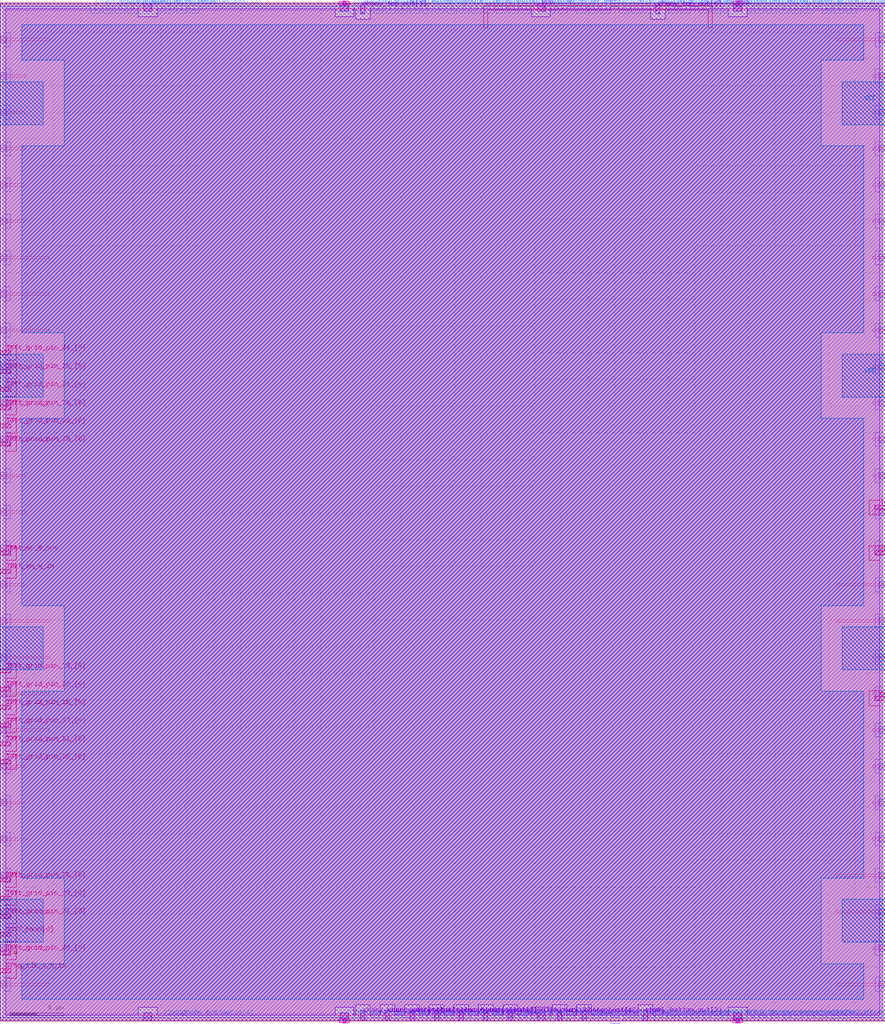
<source format=lef>
VERSION 5.7 ;
BUSBITCHARS "[]" ;

UNITS
  DATABASE MICRONS 1000 ;
END UNITS

MANUFACTURINGGRID 0.005 ;

LAYER li1
  TYPE ROUTING ;
  DIRECTION VERTICAL ;
  PITCH 0.46 ;
  WIDTH 0.17 ;
END li1

LAYER mcon
  TYPE CUT ;
END mcon

LAYER met1
  TYPE ROUTING ;
  DIRECTION HORIZONTAL ;
  PITCH 0.34 ;
  WIDTH 0.14 ;
END met1

LAYER via
  TYPE CUT ;
END via

LAYER met2
  TYPE ROUTING ;
  DIRECTION VERTICAL ;
  PITCH 0.46 ;
  WIDTH 0.14 ;
END met2

LAYER via2
  TYPE CUT ;
END via2

LAYER met3
  TYPE ROUTING ;
  DIRECTION HORIZONTAL ;
  PITCH 0.68 ;
  WIDTH 0.3 ;
END met3

LAYER via3
  TYPE CUT ;
END via3

LAYER met4
  TYPE ROUTING ;
  DIRECTION VERTICAL ;
  PITCH 0.92 ;
  WIDTH 0.3 ;
END met4

LAYER via4
  TYPE CUT ;
END via4

LAYER met5
  TYPE ROUTING ;
  DIRECTION HORIZONTAL ;
  PITCH 3.4 ;
  WIDTH 1.6 ;
END met5

LAYER nwell
  TYPE MASTERSLICE ;
END nwell

LAYER pwell
  TYPE MASTERSLICE ;
END pwell

LAYER OVERLAP
  TYPE OVERLAP ;
END OVERLAP

VIA L1M1_PR
  LAYER li1 ;
    RECT -0.085 -0.085 0.085 0.085 ;
  LAYER mcon ;
    RECT -0.085 -0.085 0.085 0.085 ;
  LAYER met1 ;
    RECT -0.145 -0.115 0.145 0.115 ;
END L1M1_PR

VIA L1M1_PR_R
  LAYER li1 ;
    RECT -0.085 -0.085 0.085 0.085 ;
  LAYER mcon ;
    RECT -0.085 -0.085 0.085 0.085 ;
  LAYER met1 ;
    RECT -0.115 -0.145 0.115 0.145 ;
END L1M1_PR_R

VIA L1M1_PR_M
  LAYER li1 ;
    RECT -0.085 -0.085 0.085 0.085 ;
  LAYER mcon ;
    RECT -0.085 -0.085 0.085 0.085 ;
  LAYER met1 ;
    RECT -0.115 -0.145 0.115 0.145 ;
END L1M1_PR_M

VIA L1M1_PR_MR
  LAYER li1 ;
    RECT -0.085 -0.085 0.085 0.085 ;
  LAYER mcon ;
    RECT -0.085 -0.085 0.085 0.085 ;
  LAYER met1 ;
    RECT -0.145 -0.115 0.145 0.115 ;
END L1M1_PR_MR

VIA L1M1_PR_C
  LAYER li1 ;
    RECT -0.085 -0.085 0.085 0.085 ;
  LAYER mcon ;
    RECT -0.085 -0.085 0.085 0.085 ;
  LAYER met1 ;
    RECT -0.145 -0.145 0.145 0.145 ;
END L1M1_PR_C

VIA M1M2_PR
  LAYER met1 ;
    RECT -0.16 -0.13 0.16 0.13 ;
  LAYER via ;
    RECT -0.075 -0.075 0.075 0.075 ;
  LAYER met2 ;
    RECT -0.13 -0.16 0.13 0.16 ;
END M1M2_PR

VIA M1M2_PR_Enc
  LAYER met1 ;
    RECT -0.16 -0.13 0.16 0.13 ;
  LAYER via ;
    RECT -0.075 -0.075 0.075 0.075 ;
  LAYER met2 ;
    RECT -0.16 -0.13 0.16 0.13 ;
END M1M2_PR_Enc

VIA M1M2_PR_R
  LAYER met1 ;
    RECT -0.13 -0.16 0.13 0.16 ;
  LAYER via ;
    RECT -0.075 -0.075 0.075 0.075 ;
  LAYER met2 ;
    RECT -0.16 -0.13 0.16 0.13 ;
END M1M2_PR_R

VIA M1M2_PR_R_Enc
  LAYER met1 ;
    RECT -0.13 -0.16 0.13 0.16 ;
  LAYER via ;
    RECT -0.075 -0.075 0.075 0.075 ;
  LAYER met2 ;
    RECT -0.13 -0.16 0.13 0.16 ;
END M1M2_PR_R_Enc

VIA M1M2_PR_M
  LAYER met1 ;
    RECT -0.16 -0.13 0.16 0.13 ;
  LAYER via ;
    RECT -0.075 -0.075 0.075 0.075 ;
  LAYER met2 ;
    RECT -0.16 -0.13 0.16 0.13 ;
END M1M2_PR_M

VIA M1M2_PR_M_Enc
  LAYER met1 ;
    RECT -0.16 -0.13 0.16 0.13 ;
  LAYER via ;
    RECT -0.075 -0.075 0.075 0.075 ;
  LAYER met2 ;
    RECT -0.13 -0.16 0.13 0.16 ;
END M1M2_PR_M_Enc

VIA M1M2_PR_MR
  LAYER met1 ;
    RECT -0.13 -0.16 0.13 0.16 ;
  LAYER via ;
    RECT -0.075 -0.075 0.075 0.075 ;
  LAYER met2 ;
    RECT -0.13 -0.16 0.13 0.16 ;
END M1M2_PR_MR

VIA M1M2_PR_MR_Enc
  LAYER met1 ;
    RECT -0.13 -0.16 0.13 0.16 ;
  LAYER via ;
    RECT -0.075 -0.075 0.075 0.075 ;
  LAYER met2 ;
    RECT -0.16 -0.13 0.16 0.13 ;
END M1M2_PR_MR_Enc

VIA M1M2_PR_C
  LAYER met1 ;
    RECT -0.16 -0.16 0.16 0.16 ;
  LAYER via ;
    RECT -0.075 -0.075 0.075 0.075 ;
  LAYER met2 ;
    RECT -0.16 -0.16 0.16 0.16 ;
END M1M2_PR_C

VIA M2M3_PR
  LAYER met2 ;
    RECT -0.14 -0.185 0.14 0.185 ;
  LAYER via2 ;
    RECT -0.1 -0.1 0.1 0.1 ;
  LAYER met3 ;
    RECT -0.165 -0.165 0.165 0.165 ;
END M2M3_PR

VIA M2M3_PR_R
  LAYER met2 ;
    RECT -0.185 -0.14 0.185 0.14 ;
  LAYER via2 ;
    RECT -0.1 -0.1 0.1 0.1 ;
  LAYER met3 ;
    RECT -0.165 -0.165 0.165 0.165 ;
END M2M3_PR_R

VIA M2M3_PR_M
  LAYER met2 ;
    RECT -0.14 -0.185 0.14 0.185 ;
  LAYER via2 ;
    RECT -0.1 -0.1 0.1 0.1 ;
  LAYER met3 ;
    RECT -0.165 -0.165 0.165 0.165 ;
END M2M3_PR_M

VIA M2M3_PR_MR
  LAYER met2 ;
    RECT -0.185 -0.14 0.185 0.14 ;
  LAYER via2 ;
    RECT -0.1 -0.1 0.1 0.1 ;
  LAYER met3 ;
    RECT -0.165 -0.165 0.165 0.165 ;
END M2M3_PR_MR

VIA M2M3_PR_C
  LAYER met2 ;
    RECT -0.185 -0.185 0.185 0.185 ;
  LAYER via2 ;
    RECT -0.1 -0.1 0.1 0.1 ;
  LAYER met3 ;
    RECT -0.165 -0.165 0.165 0.165 ;
END M2M3_PR_C

VIA M3M4_PR
  LAYER met3 ;
    RECT -0.19 -0.16 0.19 0.16 ;
  LAYER via3 ;
    RECT -0.1 -0.1 0.1 0.1 ;
  LAYER met4 ;
    RECT -0.165 -0.165 0.165 0.165 ;
END M3M4_PR

VIA M3M4_PR_R
  LAYER met3 ;
    RECT -0.16 -0.19 0.16 0.19 ;
  LAYER via3 ;
    RECT -0.1 -0.1 0.1 0.1 ;
  LAYER met4 ;
    RECT -0.165 -0.165 0.165 0.165 ;
END M3M4_PR_R

VIA M3M4_PR_M
  LAYER met3 ;
    RECT -0.19 -0.16 0.19 0.16 ;
  LAYER via3 ;
    RECT -0.1 -0.1 0.1 0.1 ;
  LAYER met4 ;
    RECT -0.165 -0.165 0.165 0.165 ;
END M3M4_PR_M

VIA M3M4_PR_MR
  LAYER met3 ;
    RECT -0.16 -0.19 0.16 0.19 ;
  LAYER via3 ;
    RECT -0.1 -0.1 0.1 0.1 ;
  LAYER met4 ;
    RECT -0.165 -0.165 0.165 0.165 ;
END M3M4_PR_MR

VIA M3M4_PR_C
  LAYER met3 ;
    RECT -0.19 -0.19 0.19 0.19 ;
  LAYER via3 ;
    RECT -0.1 -0.1 0.1 0.1 ;
  LAYER met4 ;
    RECT -0.165 -0.165 0.165 0.165 ;
END M3M4_PR_C

VIA M4M5_PR
  LAYER met4 ;
    RECT -0.59 -0.59 0.59 0.59 ;
  LAYER via4 ;
    RECT -0.4 -0.4 0.4 0.4 ;
  LAYER met5 ;
    RECT -0.71 -0.71 0.71 0.71 ;
END M4M5_PR

VIA M4M5_PR_R
  LAYER met4 ;
    RECT -0.59 -0.59 0.59 0.59 ;
  LAYER via4 ;
    RECT -0.4 -0.4 0.4 0.4 ;
  LAYER met5 ;
    RECT -0.71 -0.71 0.71 0.71 ;
END M4M5_PR_R

VIA M4M5_PR_M
  LAYER met4 ;
    RECT -0.59 -0.59 0.59 0.59 ;
  LAYER via4 ;
    RECT -0.4 -0.4 0.4 0.4 ;
  LAYER met5 ;
    RECT -0.71 -0.71 0.71 0.71 ;
END M4M5_PR_M

VIA M4M5_PR_MR
  LAYER met4 ;
    RECT -0.59 -0.59 0.59 0.59 ;
  LAYER via4 ;
    RECT -0.4 -0.4 0.4 0.4 ;
  LAYER met5 ;
    RECT -0.71 -0.71 0.71 0.71 ;
END M4M5_PR_MR

VIA M4M5_PR_C
  LAYER met4 ;
    RECT -0.59 -0.59 0.59 0.59 ;
  LAYER via4 ;
    RECT -0.4 -0.4 0.4 0.4 ;
  LAYER met5 ;
    RECT -0.71 -0.71 0.71 0.71 ;
END M4M5_PR_C

SITE unit
  CLASS CORE ;
  SYMMETRY Y ;
  SIZE 0.46 BY 2.72 ;
END unit

SITE unithddbl
  CLASS CORE ;
  SIZE 0.46 BY 5.44 ;
END unithddbl

MACRO cby_1__1_
  CLASS BLOCK ;
  ORIGIN 0 0 ;
  SIZE 66.24 BY 76.16 ;
  SYMMETRY X Y ;
  PIN chany_bottom_in[0]
    DIRECTION INPUT ;
    USE SIGNAL ;
    PORT
      LAYER met2 ;
        RECT 45.24 0 45.38 0.485 ;
    END
  END chany_bottom_in[0]
  PIN chany_bottom_in[1]
    DIRECTION INPUT ;
    USE SIGNAL ;
    PORT
      LAYER met2 ;
        RECT 51.68 0 51.82 0.485 ;
    END
  END chany_bottom_in[1]
  PIN chany_bottom_in[2]
    DIRECTION INPUT ;
    USE SIGNAL ;
    PORT
      LAYER met2 ;
        RECT 48.92 0 49.06 0.485 ;
    END
  END chany_bottom_in[2]
  PIN chany_bottom_in[3]
    DIRECTION INPUT ;
    USE SIGNAL ;
    PORT
      LAYER met2 ;
        RECT 52.6 0 52.74 0.485 ;
    END
  END chany_bottom_in[3]
  PIN chany_bottom_in[4]
    DIRECTION INPUT ;
    USE SIGNAL ;
    PORT
      LAYER met2 ;
        RECT 13.5 0 13.64 0.485 ;
    END
  END chany_bottom_in[4]
  PIN chany_bottom_in[5]
    DIRECTION INPUT ;
    USE SIGNAL ;
    PORT
      LAYER met2 ;
        RECT 34.66 0 34.8 0.485 ;
    END
  END chany_bottom_in[5]
  PIN chany_bottom_in[6]
    DIRECTION INPUT ;
    USE SIGNAL ;
    PORT
      LAYER met2 ;
        RECT 28.68 0 28.82 0.485 ;
    END
  END chany_bottom_in[6]
  PIN chany_bottom_in[7]
    DIRECTION INPUT ;
    USE SIGNAL ;
    PORT
      LAYER met2 ;
        RECT 39.72 0 39.86 0.485 ;
    END
  END chany_bottom_in[7]
  PIN chany_bottom_in[8]
    DIRECTION INPUT ;
    USE SIGNAL ;
    PORT
      LAYER met2 ;
        RECT 40.64 0 40.78 0.485 ;
    END
  END chany_bottom_in[8]
  PIN chany_bottom_in[9]
    DIRECTION INPUT ;
    USE SIGNAL ;
    PORT
      LAYER met2 ;
        RECT 53.52 0 53.66 0.485 ;
    END
  END chany_bottom_in[9]
  PIN chany_bottom_in[10]
    DIRECTION INPUT ;
    USE SIGNAL ;
    PORT
      LAYER met2 ;
        RECT 31.9 0 32.04 0.485 ;
    END
  END chany_bottom_in[10]
  PIN chany_bottom_in[11]
    DIRECTION INPUT ;
    USE SIGNAL ;
    PORT
      LAYER met2 ;
        RECT 37.42 0 37.56 0.485 ;
    END
  END chany_bottom_in[11]
  PIN chany_bottom_in[12]
    DIRECTION INPUT ;
    USE SIGNAL ;
    PORT
      LAYER met2 ;
        RECT 43.4 0 43.54 0.485 ;
    END
  END chany_bottom_in[12]
  PIN chany_bottom_in[13]
    DIRECTION INPUT ;
    USE SIGNAL ;
    PORT
      LAYER met2 ;
        RECT 50.76 0 50.9 0.485 ;
    END
  END chany_bottom_in[13]
  PIN chany_bottom_in[14]
    DIRECTION INPUT ;
    USE SIGNAL ;
    PORT
      LAYER met2 ;
        RECT 26.38 0 26.52 0.485 ;
    END
  END chany_bottom_in[14]
  PIN chany_bottom_in[15]
    DIRECTION INPUT ;
    USE SIGNAL ;
    PORT
      LAYER met2 ;
        RECT 38.8 0 38.94 0.485 ;
    END
  END chany_bottom_in[15]
  PIN chany_bottom_in[16]
    DIRECTION INPUT ;
    USE SIGNAL ;
    PORT
      LAYER met2 ;
        RECT 27.3 0 27.44 0.485 ;
    END
  END chany_bottom_in[16]
  PIN chany_bottom_in[17]
    DIRECTION INPUT ;
    USE SIGNAL ;
    PORT
      LAYER met2 ;
        RECT 44.32 0 44.46 0.485 ;
    END
  END chany_bottom_in[17]
  PIN chany_bottom_in[18]
    DIRECTION INPUT ;
    USE SIGNAL ;
    PORT
      LAYER met2 ;
        RECT 33.74 0 33.88 0.485 ;
    END
  END chany_bottom_in[18]
  PIN chany_bottom_in[19]
    DIRECTION INPUT ;
    USE SIGNAL ;
    PORT
      LAYER met2 ;
        RECT 49.84 0 49.98 0.485 ;
    END
  END chany_bottom_in[19]
  PIN chany_top_in[0]
    DIRECTION INPUT ;
    USE SIGNAL ;
    PORT
      LAYER met2 ;
        RECT 40.18 75.675 40.32 76.16 ;
    END
  END chany_top_in[0]
  PIN chany_top_in[1]
    DIRECTION INPUT ;
    USE SIGNAL ;
    PORT
      LAYER met2 ;
        RECT 59.5 75.675 59.64 76.16 ;
    END
  END chany_top_in[1]
  PIN chany_top_in[2]
    DIRECTION INPUT ;
    USE SIGNAL ;
    PORT
      LAYER met2 ;
        RECT 9.82 75.675 9.96 76.16 ;
    END
  END chany_top_in[2]
  PIN chany_top_in[3]
    DIRECTION INPUT ;
    USE SIGNAL ;
    PORT
      LAYER met2 ;
        RECT 57.66 75.675 57.8 76.16 ;
    END
  END chany_top_in[3]
  PIN chany_top_in[4]
    DIRECTION INPUT ;
    USE SIGNAL ;
    PORT
      LAYER met2 ;
        RECT 12.58 75.675 12.72 76.16 ;
    END
  END chany_top_in[4]
  PIN chany_top_in[5]
    DIRECTION INPUT ;
    USE SIGNAL ;
    PORT
      LAYER met2 ;
        RECT 47.54 75.675 47.68 76.16 ;
    END
  END chany_top_in[5]
  PIN chany_top_in[6]
    DIRECTION INPUT ;
    USE SIGNAL ;
    PORT
      LAYER met2 ;
        RECT 50.3 75.675 50.44 76.16 ;
    END
  END chany_top_in[6]
  PIN chany_top_in[7]
    DIRECTION INPUT ;
    USE SIGNAL ;
    PORT
      LAYER met2 ;
        RECT 11.66 75.675 11.8 76.16 ;
    END
  END chany_top_in[7]
  PIN chany_top_in[8]
    DIRECTION INPUT ;
    USE SIGNAL ;
    PORT
      LAYER met2 ;
        RECT 34.66 75.675 34.8 76.16 ;
    END
  END chany_top_in[8]
  PIN chany_top_in[9]
    DIRECTION INPUT ;
    USE SIGNAL ;
    PORT
      LAYER met2 ;
        RECT 38.34 75.675 38.48 76.16 ;
    END
  END chany_top_in[9]
  PIN chany_top_in[10]
    DIRECTION INPUT ;
    USE SIGNAL ;
    PORT
      LAYER met2 ;
        RECT 42.02 75.675 42.16 76.16 ;
    END
  END chany_top_in[10]
  PIN chany_top_in[11]
    DIRECTION INPUT ;
    USE SIGNAL ;
    PORT
      LAYER met2 ;
        RECT 48.46 75.675 48.6 76.16 ;
    END
  END chany_top_in[11]
  PIN chany_top_in[12]
    DIRECTION INPUT ;
    USE SIGNAL ;
    PORT
      LAYER met2 ;
        RECT 33.74 75.675 33.88 76.16 ;
    END
  END chany_top_in[12]
  PIN chany_top_in[13]
    DIRECTION INPUT ;
    USE SIGNAL ;
    PORT
      LAYER met2 ;
        RECT 29.14 75.675 29.28 76.16 ;
    END
  END chany_top_in[13]
  PIN chany_top_in[14]
    DIRECTION INPUT ;
    USE SIGNAL ;
    PORT
      LAYER met2 ;
        RECT 28.22 75.675 28.36 76.16 ;
    END
  END chany_top_in[14]
  PIN chany_top_in[15]
    DIRECTION INPUT ;
    USE SIGNAL ;
    PORT
      LAYER met2 ;
        RECT 39.26 75.675 39.4 76.16 ;
    END
  END chany_top_in[15]
  PIN chany_top_in[16]
    DIRECTION INPUT ;
    USE SIGNAL ;
    PORT
      LAYER met2 ;
        RECT 32.82 75.675 32.96 76.16 ;
    END
  END chany_top_in[16]
  PIN chany_top_in[17]
    DIRECTION INPUT ;
    USE SIGNAL ;
    PORT
      LAYER met2 ;
        RECT 37.42 75.675 37.56 76.16 ;
    END
  END chany_top_in[17]
  PIN chany_top_in[18]
    DIRECTION INPUT ;
    USE SIGNAL ;
    PORT
      LAYER met2 ;
        RECT 26.38 75.675 26.52 76.16 ;
    END
  END chany_top_in[18]
  PIN chany_top_in[19]
    DIRECTION INPUT ;
    USE SIGNAL ;
    PORT
      LAYER met2 ;
        RECT 27.3 75.675 27.44 76.16 ;
    END
  END chany_top_in[19]
  PIN ccff_head[0]
    DIRECTION INPUT ;
    USE SIGNAL ;
    PORT
      LAYER met3 ;
        RECT 0 6.31 0.8 6.61 ;
    END
  END ccff_head[0]
  PIN chany_bottom_out[0]
    DIRECTION OUTPUT ;
    USE SIGNAL ;
    PORT
      LAYER met4 ;
        RECT 36.19 0 36.49 0.8 ;
    END
  END chany_bottom_out[0]
  PIN chany_bottom_out[1]
    DIRECTION OUTPUT ;
    USE SIGNAL ;
    PORT
      LAYER met2 ;
        RECT 58.58 0 58.72 0.485 ;
    END
  END chany_bottom_out[1]
  PIN chany_bottom_out[2]
    DIRECTION OUTPUT ;
    USE SIGNAL ;
    PORT
      LAYER met2 ;
        RECT 57.66 0 57.8 0.485 ;
    END
  END chany_bottom_out[2]
  PIN chany_bottom_out[3]
    DIRECTION OUTPUT ;
    USE SIGNAL ;
    PORT
      LAYER met4 ;
        RECT 48.15 0 48.45 0.8 ;
    END
  END chany_bottom_out[3]
  PIN chany_bottom_out[4]
    DIRECTION OUTPUT ;
    USE SIGNAL ;
    PORT
      LAYER met2 ;
        RECT 55.82 0 55.96 0.485 ;
    END
  END chany_bottom_out[4]
  PIN chany_bottom_out[5]
    DIRECTION OUTPUT ;
    USE SIGNAL ;
    PORT
      LAYER met4 ;
        RECT 30.67 0 30.97 0.8 ;
    END
  END chany_bottom_out[5]
  PIN chany_bottom_out[6]
    DIRECTION OUTPUT ;
    USE SIGNAL ;
    PORT
      LAYER met2 ;
        RECT 29.6 0 29.74 0.485 ;
    END
  END chany_bottom_out[6]
  PIN chany_bottom_out[7]
    DIRECTION OUTPUT ;
    USE SIGNAL ;
    PORT
      LAYER met4 ;
        RECT 34.35 0 34.65 0.8 ;
    END
  END chany_bottom_out[7]
  PIN chany_bottom_out[8]
    DIRECTION OUTPUT ;
    USE SIGNAL ;
    PORT
      LAYER met2 ;
        RECT 59.5 0 59.64 0.485 ;
    END
  END chany_bottom_out[8]
  PIN chany_bottom_out[9]
    DIRECTION OUTPUT ;
    USE SIGNAL ;
    PORT
      LAYER met2 ;
        RECT 62.26 0 62.4 0.485 ;
    END
  END chany_bottom_out[9]
  PIN chany_bottom_out[10]
    DIRECTION OUTPUT ;
    USE SIGNAL ;
    PORT
      LAYER met2 ;
        RECT 56.74 0 56.88 0.485 ;
    END
  END chany_bottom_out[10]
  PIN chany_bottom_out[11]
    DIRECTION OUTPUT ;
    USE SIGNAL ;
    PORT
      LAYER met2 ;
        RECT 63.18 0 63.32 0.485 ;
    END
  END chany_bottom_out[11]
  PIN chany_bottom_out[12]
    DIRECTION OUTPUT ;
    USE SIGNAL ;
    PORT
      LAYER met4 ;
        RECT 41.71 0 42.01 0.8 ;
    END
  END chany_bottom_out[12]
  PIN chany_bottom_out[13]
    DIRECTION OUTPUT ;
    USE SIGNAL ;
    PORT
      LAYER met2 ;
        RECT 41.56 0 41.7 0.485 ;
    END
  END chany_bottom_out[13]
  PIN chany_bottom_out[14]
    DIRECTION OUTPUT ;
    USE SIGNAL ;
    PORT
      LAYER met4 ;
        RECT 26.99 0 27.29 0.8 ;
    END
  END chany_bottom_out[14]
  PIN chany_bottom_out[15]
    DIRECTION OUTPUT ;
    USE SIGNAL ;
    PORT
      LAYER met4 ;
        RECT 32.51 0 32.81 0.8 ;
    END
  END chany_bottom_out[15]
  PIN chany_bottom_out[16]
    DIRECTION OUTPUT ;
    USE SIGNAL ;
    PORT
      LAYER met2 ;
        RECT 32.82 0 32.96 0.485 ;
    END
  END chany_bottom_out[16]
  PIN chany_bottom_out[17]
    DIRECTION OUTPUT ;
    USE SIGNAL ;
    PORT
      LAYER met4 ;
        RECT 28.83 0 29.13 0.8 ;
    END
  END chany_bottom_out[17]
  PIN chany_bottom_out[18]
    DIRECTION OUTPUT ;
    USE SIGNAL ;
    PORT
      LAYER met4 ;
        RECT 38.03 0 38.33 0.8 ;
    END
  END chany_bottom_out[18]
  PIN chany_bottom_out[19]
    DIRECTION OUTPUT ;
    USE SIGNAL ;
    PORT
      LAYER met4 ;
        RECT 43.55 0 43.85 0.8 ;
    END
  END chany_bottom_out[19]
  PIN chany_top_out[0]
    DIRECTION OUTPUT ;
    USE SIGNAL ;
    PORT
      LAYER met2 ;
        RECT 63.64 75.675 63.78 76.16 ;
    END
  END chany_top_out[0]
  PIN chany_top_out[1]
    DIRECTION OUTPUT ;
    USE SIGNAL ;
    PORT
      LAYER met4 ;
        RECT 26.99 75.36 27.29 76.16 ;
    END
  END chany_top_out[1]
  PIN chany_top_out[2]
    DIRECTION OUTPUT ;
    USE SIGNAL ;
    PORT
      LAYER met2 ;
        RECT 58.58 75.675 58.72 76.16 ;
    END
  END chany_top_out[2]
  PIN chany_top_out[3]
    DIRECTION OUTPUT ;
    USE SIGNAL ;
    PORT
      LAYER met2 ;
        RECT 54.44 75.675 54.58 76.16 ;
    END
  END chany_top_out[3]
  PIN chany_top_out[4]
    DIRECTION OUTPUT ;
    USE SIGNAL ;
    PORT
      LAYER met2 ;
        RECT 55.82 75.675 55.96 76.16 ;
    END
  END chany_top_out[4]
  PIN chany_top_out[5]
    DIRECTION OUTPUT ;
    USE SIGNAL ;
    PORT
      LAYER met2 ;
        RECT 13.5 75.675 13.64 76.16 ;
    END
  END chany_top_out[5]
  PIN chany_top_out[6]
    DIRECTION OUTPUT ;
    USE SIGNAL ;
    PORT
      LAYER met4 ;
        RECT 49.07 75.36 49.37 76.16 ;
    END
  END chany_top_out[6]
  PIN chany_top_out[7]
    DIRECTION OUTPUT ;
    USE SIGNAL ;
    PORT
      LAYER met2 ;
        RECT 8.9 75.675 9.04 76.16 ;
    END
  END chany_top_out[7]
  PIN chany_top_out[8]
    DIRECTION OUTPUT ;
    USE SIGNAL ;
    PORT
      LAYER met2 ;
        RECT 53.52 75.675 53.66 76.16 ;
    END
  END chany_top_out[8]
  PIN chany_top_out[9]
    DIRECTION OUTPUT ;
    USE SIGNAL ;
    PORT
      LAYER met2 ;
        RECT 41.1 75.675 41.24 76.16 ;
    END
  END chany_top_out[9]
  PIN chany_top_out[10]
    DIRECTION OUTPUT ;
    USE SIGNAL ;
    PORT
      LAYER met2 ;
        RECT 51.22 75.675 51.36 76.16 ;
    END
  END chany_top_out[10]
  PIN chany_top_out[11]
    DIRECTION OUTPUT ;
    USE SIGNAL ;
    PORT
      LAYER met2 ;
        RECT 49.38 75.675 49.52 76.16 ;
    END
  END chany_top_out[11]
  PIN chany_top_out[12]
    DIRECTION OUTPUT ;
    USE SIGNAL ;
    PORT
      LAYER met2 ;
        RECT 60.42 75.675 60.56 76.16 ;
    END
  END chany_top_out[12]
  PIN chany_top_out[13]
    DIRECTION OUTPUT ;
    USE SIGNAL ;
    PORT
      LAYER met2 ;
        RECT 14.42 75.675 14.56 76.16 ;
    END
  END chany_top_out[13]
  PIN chany_top_out[14]
    DIRECTION OUTPUT ;
    USE SIGNAL ;
    PORT
      LAYER met2 ;
        RECT 7.06 75.675 7.2 76.16 ;
    END
  END chany_top_out[14]
  PIN chany_top_out[15]
    DIRECTION OUTPUT ;
    USE SIGNAL ;
    PORT
      LAYER met2 ;
        RECT 10.74 75.675 10.88 76.16 ;
    END
  END chany_top_out[15]
  PIN chany_top_out[16]
    DIRECTION OUTPUT ;
    USE SIGNAL ;
    PORT
      LAYER met2 ;
        RECT 56.74 75.675 56.88 76.16 ;
    END
  END chany_top_out[16]
  PIN chany_top_out[17]
    DIRECTION OUTPUT ;
    USE SIGNAL ;
    PORT
      LAYER met2 ;
        RECT 31.9 75.675 32.04 76.16 ;
    END
  END chany_top_out[17]
  PIN chany_top_out[18]
    DIRECTION OUTPUT ;
    USE SIGNAL ;
    PORT
      LAYER met2 ;
        RECT 36.5 75.675 36.64 76.16 ;
    END
  END chany_top_out[18]
  PIN chany_top_out[19]
    DIRECTION OUTPUT ;
    USE SIGNAL ;
    PORT
      LAYER met2 ;
        RECT 30.06 75.675 30.2 76.16 ;
    END
  END chany_top_out[19]
  PIN left_grid_pin_16_[0]
    DIRECTION OUTPUT ;
    USE SIGNAL ;
    PORT
      LAYER met3 ;
        RECT 0 26.03 0.8 26.33 ;
    END
  END left_grid_pin_16_[0]
  PIN left_grid_pin_17_[0]
    DIRECTION OUTPUT ;
    USE SIGNAL ;
    PORT
      LAYER met3 ;
        RECT 0 21.95 0.8 22.25 ;
    END
  END left_grid_pin_17_[0]
  PIN left_grid_pin_18_[0]
    DIRECTION OUTPUT ;
    USE SIGNAL ;
    PORT
      LAYER met3 ;
        RECT 0 23.31 0.8 23.61 ;
    END
  END left_grid_pin_18_[0]
  PIN left_grid_pin_19_[0]
    DIRECTION OUTPUT ;
    USE SIGNAL ;
    PORT
      LAYER met3 ;
        RECT 0 43.03 0.8 43.33 ;
    END
  END left_grid_pin_19_[0]
  PIN left_grid_pin_20_[0]
    DIRECTION OUTPUT ;
    USE SIGNAL ;
    PORT
      LAYER met3 ;
        RECT 0 45.75 0.8 46.05 ;
    END
  END left_grid_pin_20_[0]
  PIN left_grid_pin_21_[0]
    DIRECTION OUTPUT ;
    USE SIGNAL ;
    PORT
      LAYER met3 ;
        RECT 0 47.11 0.8 47.41 ;
    END
  END left_grid_pin_21_[0]
  PIN left_grid_pin_22_[0]
    DIRECTION OUTPUT ;
    USE SIGNAL ;
    PORT
      LAYER met3 ;
        RECT 0 44.39 0.8 44.69 ;
    END
  END left_grid_pin_22_[0]
  PIN left_grid_pin_23_[0]
    DIRECTION OUTPUT ;
    USE SIGNAL ;
    PORT
      LAYER met3 ;
        RECT 0 24.67 0.8 24.97 ;
    END
  END left_grid_pin_23_[0]
  PIN left_grid_pin_24_[0]
    DIRECTION OUTPUT ;
    USE SIGNAL ;
    PORT
      LAYER met3 ;
        RECT 0 49.83 0.8 50.13 ;
    END
  END left_grid_pin_24_[0]
  PIN left_grid_pin_25_[0]
    DIRECTION OUTPUT ;
    USE SIGNAL ;
    PORT
      LAYER met3 ;
        RECT 0 19.23 0.8 19.53 ;
    END
  END left_grid_pin_25_[0]
  PIN left_grid_pin_26_[0]
    DIRECTION OUTPUT ;
    USE SIGNAL ;
    PORT
      LAYER met3 ;
        RECT 0 4.95 0.8 5.25 ;
    END
  END left_grid_pin_26_[0]
  PIN left_grid_pin_27_[0]
    DIRECTION OUTPUT ;
    USE SIGNAL ;
    PORT
      LAYER met3 ;
        RECT 0 7.67 0.8 7.97 ;
    END
  END left_grid_pin_27_[0]
  PIN left_grid_pin_28_[0]
    DIRECTION OUTPUT ;
    USE SIGNAL ;
    PORT
      LAYER met3 ;
        RECT 0 10.39 0.8 10.69 ;
    END
  END left_grid_pin_28_[0]
  PIN left_grid_pin_29_[0]
    DIRECTION OUTPUT ;
    USE SIGNAL ;
    PORT
      LAYER met3 ;
        RECT 0 9.03 0.8 9.33 ;
    END
  END left_grid_pin_29_[0]
  PIN left_grid_pin_30_[0]
    DIRECTION OUTPUT ;
    USE SIGNAL ;
    PORT
      LAYER met3 ;
        RECT 0 48.47 0.8 48.77 ;
    END
  END left_grid_pin_30_[0]
  PIN left_grid_pin_31_[0]
    DIRECTION OUTPUT ;
    USE SIGNAL ;
    PORT
      LAYER met3 ;
        RECT 0 20.59 0.8 20.89 ;
    END
  END left_grid_pin_31_[0]
  PIN ccff_tail[0]
    DIRECTION OUTPUT ;
    USE SIGNAL ;
    PORT
      LAYER met3 ;
        RECT 65.44 23.99 66.24 24.29 ;
    END
  END ccff_tail[0]
  PIN Test_en_S_in
    DIRECTION INPUT ;
    USE SIGNAL ;
    PORT
      LAYER met2 ;
        RECT 48 0 48.14 0.485 ;
    END
  END Test_en_S_in
  PIN Test_en_E_in
    DIRECTION INPUT ;
    USE SIGNAL ;
    PORT
      LAYER met3 ;
        RECT 65.44 38.27 66.24 38.57 ;
    END
  END Test_en_E_in
  PIN Test_en_W_in
    DIRECTION INPUT ;
    USE SIGNAL ;
    PORT
      LAYER met3 ;
        RECT 0 33.51 0.8 33.81 ;
    END
  END Test_en_W_in
  PIN Test_en_N_out
    DIRECTION OUTPUT ;
    USE SIGNAL ;
    PORT
      LAYER met2 ;
        RECT 52.6 75.675 52.74 76.16 ;
    END
  END Test_en_N_out
  PIN Test_en_W_out
    DIRECTION OUTPUT ;
    USE SIGNAL ;
    PORT
      LAYER met3 ;
        RECT 0 34.87 0.8 35.17 ;
    END
  END Test_en_W_out
  PIN Test_en_E_out
    DIRECTION OUTPUT ;
    USE SIGNAL ;
    PORT
      LAYER met3 ;
        RECT 65.44 34.87 66.24 35.17 ;
    END
  END Test_en_E_out
  PIN prog_clk_0_W_in
    DIRECTION INPUT ;
    USE CLOCK ;
    PORT
      LAYER met3 ;
        RECT 0 3.59 0.8 3.89 ;
    END
  END prog_clk_0_W_in
  PIN prog_clk_0_S_out
    DIRECTION OUTPUT ;
    USE CLOCK ;
    PORT
      LAYER met2 ;
        RECT 12.58 0 12.72 0.485 ;
    END
  END prog_clk_0_S_out
  PIN prog_clk_0_N_out
    DIRECTION OUTPUT ;
    USE CLOCK ;
    PORT
      LAYER met2 ;
        RECT 7.98 75.675 8.12 76.16 ;
    END
  END prog_clk_0_N_out
  PIN prog_clk_2_N_in
    DIRECTION INPUT ;
    USE SIGNAL ;
    PORT
      LAYER met2 ;
        RECT 43.4 75.675 43.54 76.16 ;
    END
  END prog_clk_2_N_in
  PIN prog_clk_2_S_in
    DIRECTION INPUT ;
    USE SIGNAL ;
    PORT
      LAYER met2 ;
        RECT 61.34 0 61.48 0.485 ;
    END
  END prog_clk_2_S_in
  PIN prog_clk_2_S_out
    DIRECTION OUTPUT ;
    USE SIGNAL ;
    PORT
      LAYER met2 ;
        RECT 35.58 0 35.72 0.485 ;
    END
  END prog_clk_2_S_out
  PIN prog_clk_2_N_out
    DIRECTION OUTPUT ;
    USE SIGNAL ;
    PORT
      LAYER met2 ;
        RECT 35.58 75.675 35.72 76.16 ;
    END
  END prog_clk_2_N_out
  PIN prog_clk_3_S_in
    DIRECTION INPUT ;
    USE SIGNAL ;
    PORT
      LAYER met2 ;
        RECT 60.42 0 60.56 0.485 ;
    END
  END prog_clk_3_S_in
  PIN prog_clk_3_N_in
    DIRECTION INPUT ;
    USE SIGNAL ;
    PORT
      LAYER met2 ;
        RECT 44.32 75.675 44.46 76.16 ;
    END
  END prog_clk_3_N_in
  PIN prog_clk_3_N_out
    DIRECTION OUTPUT ;
    USE SIGNAL ;
    PORT
      LAYER met2 ;
        RECT 61.8 75.675 61.94 76.16 ;
    END
  END prog_clk_3_N_out
  PIN prog_clk_3_S_out
    DIRECTION OUTPUT ;
    USE SIGNAL ;
    PORT
      LAYER met2 ;
        RECT 46.62 0 46.76 0.485 ;
    END
  END prog_clk_3_S_out
  PIN clk_2_N_in
    DIRECTION INPUT ;
    USE SIGNAL ;
    PORT
      LAYER met2 ;
        RECT 45.24 75.675 45.38 76.16 ;
    END
  END clk_2_N_in
  PIN clk_2_S_in
    DIRECTION INPUT ;
    USE SIGNAL ;
    PORT
      LAYER met2 ;
        RECT 54.44 0 54.58 0.485 ;
    END
  END clk_2_S_in
  PIN clk_2_S_out
    DIRECTION OUTPUT ;
    USE SIGNAL ;
    PORT
      LAYER met2 ;
        RECT 30.98 0 31.12 0.485 ;
    END
  END clk_2_S_out
  PIN clk_2_N_out
    DIRECTION OUTPUT ;
    USE SIGNAL ;
    PORT
      LAYER met2 ;
        RECT 30.98 75.675 31.12 76.16 ;
    END
  END clk_2_N_out
  PIN clk_3_S_in
    DIRECTION INPUT ;
    USE SIGNAL ;
    PORT
      LAYER met2 ;
        RECT 42.48 0 42.62 0.485 ;
    END
  END clk_3_S_in
  PIN clk_3_N_in
    DIRECTION INPUT ;
    USE SIGNAL ;
    PORT
      LAYER met2 ;
        RECT 46.62 75.675 46.76 76.16 ;
    END
  END clk_3_N_in
  PIN clk_3_N_out
    DIRECTION OUTPUT ;
    USE SIGNAL ;
    PORT
      LAYER met2 ;
        RECT 62.72 75.675 62.86 76.16 ;
    END
  END clk_3_N_out
  PIN clk_3_S_out
    DIRECTION OUTPUT ;
    USE SIGNAL ;
    PORT
      LAYER met2 ;
        RECT 36.5 0 36.64 0.485 ;
    END
  END clk_3_S_out
  PIN VDD
    DIRECTION INPUT ;
    USE POWER ;
    PORT
      LAYER met1 ;
        RECT 0 2.48 0.48 2.96 ;
        RECT 65.76 2.48 66.24 2.96 ;
        RECT 0 7.92 0.48 8.4 ;
        RECT 65.76 7.92 66.24 8.4 ;
        RECT 0 13.36 0.48 13.84 ;
        RECT 65.76 13.36 66.24 13.84 ;
        RECT 0 18.8 0.48 19.28 ;
        RECT 65.76 18.8 66.24 19.28 ;
        RECT 0 24.24 0.48 24.72 ;
        RECT 65.76 24.24 66.24 24.72 ;
        RECT 0 29.68 0.48 30.16 ;
        RECT 65.76 29.68 66.24 30.16 ;
        RECT 0 35.12 0.48 35.6 ;
        RECT 65.76 35.12 66.24 35.6 ;
        RECT 0 40.56 0.48 41.04 ;
        RECT 65.76 40.56 66.24 41.04 ;
        RECT 0 46 0.48 46.48 ;
        RECT 65.76 46 66.24 46.48 ;
        RECT 0 51.44 0.48 51.92 ;
        RECT 65.76 51.44 66.24 51.92 ;
        RECT 0 56.88 0.48 57.36 ;
        RECT 65.76 56.88 66.24 57.36 ;
        RECT 0 62.32 0.48 62.8 ;
        RECT 65.76 62.32 66.24 62.8 ;
        RECT 0 67.76 0.48 68.24 ;
        RECT 65.76 67.76 66.24 68.24 ;
        RECT 0 73.2 0.48 73.68 ;
        RECT 65.76 73.2 66.24 73.68 ;
      LAYER met4 ;
        RECT 10.74 0 11.34 0.6 ;
        RECT 40.18 0 40.78 0.6 ;
        RECT 10.74 75.56 11.34 76.16 ;
        RECT 40.18 75.56 40.78 76.16 ;
      LAYER met5 ;
        RECT 0 5.88 3.2 9.08 ;
        RECT 63.04 5.88 66.24 9.08 ;
        RECT 0 46.68 3.2 49.88 ;
        RECT 63.04 46.68 66.24 49.88 ;
    END
  END VDD
  PIN VSS
    DIRECTION INPUT ;
    USE GROUND ;
    PORT
      LAYER met1 ;
        RECT 0 0 45.4 0.24 ;
        RECT 46.6 0 66.24 0.24 ;
        RECT 0 5.2 0.48 5.68 ;
        RECT 65.76 5.2 66.24 5.68 ;
        RECT 0 10.64 0.48 11.12 ;
        RECT 65.76 10.64 66.24 11.12 ;
        RECT 0 16.08 0.48 16.56 ;
        RECT 65.76 16.08 66.24 16.56 ;
        RECT 0 21.52 0.48 22 ;
        RECT 65.76 21.52 66.24 22 ;
        RECT 0 26.96 0.48 27.44 ;
        RECT 65.76 26.96 66.24 27.44 ;
        RECT 0 32.4 0.48 32.88 ;
        RECT 65.76 32.4 66.24 32.88 ;
        RECT 0 37.84 0.48 38.32 ;
        RECT 65.76 37.84 66.24 38.32 ;
        RECT 0 43.28 0.48 43.76 ;
        RECT 65.76 43.28 66.24 43.76 ;
        RECT 0 48.72 0.48 49.2 ;
        RECT 65.76 48.72 66.24 49.2 ;
        RECT 0 54.16 0.48 54.64 ;
        RECT 65.76 54.16 66.24 54.64 ;
        RECT 0 59.6 0.48 60.08 ;
        RECT 65.76 59.6 66.24 60.08 ;
        RECT 0 65.04 0.48 65.52 ;
        RECT 65.76 65.04 66.24 65.52 ;
        RECT 0 70.48 0.48 70.96 ;
        RECT 65.76 70.48 66.24 70.96 ;
        RECT 0 75.92 45.4 76.16 ;
        RECT 46.6 75.92 66.24 76.16 ;
      LAYER met4 ;
        RECT 25.46 0 26.06 0.6 ;
        RECT 54.9 0 55.5 0.6 ;
        RECT 25.46 75.56 26.06 76.16 ;
        RECT 54.9 75.56 55.5 76.16 ;
      LAYER met5 ;
        RECT 0 26.28 3.2 29.48 ;
        RECT 63.04 26.28 66.24 29.48 ;
        RECT 0 67.08 3.2 70.28 ;
        RECT 63.04 67.08 66.24 70.28 ;
    END
  END VSS
  OBS
    LAYER met2 ;
      RECT 55.06 75.975 55.34 76.345 ;
      RECT 25.62 75.975 25.9 76.345 ;
      RECT 55.06 -0.185 55.34 0.185 ;
      RECT 25.62 -0.185 25.9 0.185 ;
      POLYGON 65.96 75.88 65.96 0.28 63.6 0.28 63.6 0.765 62.9 0.765 62.9 0.28 62.68 0.28 62.68 0.765 61.98 0.765 61.98 0.28 61.76 0.28 61.76 0.765 61.06 0.765 61.06 0.28 60.84 0.28 60.84 0.765 60.14 0.765 60.14 0.28 59.92 0.28 59.92 0.765 59.22 0.765 59.22 0.28 59 0.28 59 0.765 58.3 0.765 58.3 0.28 58.08 0.28 58.08 0.765 57.38 0.765 57.38 0.28 57.16 0.28 57.16 0.765 56.46 0.765 56.46 0.28 56.24 0.28 56.24 0.765 55.54 0.765 55.54 0.28 54.86 0.28 54.86 0.765 54.16 0.765 54.16 0.28 53.94 0.28 53.94 0.765 53.24 0.765 53.24 0.28 53.02 0.28 53.02 0.765 52.32 0.765 52.32 0.28 52.1 0.28 52.1 0.765 51.4 0.765 51.4 0.28 51.18 0.28 51.18 0.765 50.48 0.765 50.48 0.28 50.26 0.28 50.26 0.765 49.56 0.765 49.56 0.28 49.34 0.28 49.34 0.765 48.64 0.765 48.64 0.28 48.42 0.28 48.42 0.765 47.72 0.765 47.72 0.28 47.04 0.28 47.04 0.765 46.34 0.765 46.34 0.28 45.66 0.28 45.66 0.765 44.96 0.765 44.96 0.28 44.74 0.28 44.74 0.765 44.04 0.765 44.04 0.28 43.82 0.28 43.82 0.765 43.12 0.765 43.12 0.28 42.9 0.28 42.9 0.765 42.2 0.765 42.2 0.28 41.98 0.28 41.98 0.765 41.28 0.765 41.28 0.28 41.06 0.28 41.06 0.765 40.36 0.765 40.36 0.28 40.14 0.28 40.14 0.765 39.44 0.765 39.44 0.28 39.22 0.28 39.22 0.765 38.52 0.765 38.52 0.28 37.84 0.28 37.84 0.765 37.14 0.765 37.14 0.28 36.92 0.28 36.92 0.765 36.22 0.765 36.22 0.28 36 0.28 36 0.765 35.3 0.765 35.3 0.28 35.08 0.28 35.08 0.765 34.38 0.765 34.38 0.28 34.16 0.28 34.16 0.765 33.46 0.765 33.46 0.28 33.24 0.28 33.24 0.765 32.54 0.765 32.54 0.28 32.32 0.28 32.32 0.765 31.62 0.765 31.62 0.28 31.4 0.28 31.4 0.765 30.7 0.765 30.7 0.28 30.02 0.28 30.02 0.765 29.32 0.765 29.32 0.28 29.1 0.28 29.1 0.765 28.4 0.765 28.4 0.28 27.72 0.28 27.72 0.765 27.02 0.765 27.02 0.28 26.8 0.28 26.8 0.765 26.1 0.765 26.1 0.28 13.92 0.28 13.92 0.765 13.22 0.765 13.22 0.28 13 0.28 13 0.765 12.3 0.765 12.3 0.28 0.28 0.28 0.28 75.88 6.78 75.88 6.78 75.395 7.48 75.395 7.48 75.88 7.7 75.88 7.7 75.395 8.4 75.395 8.4 75.88 8.62 75.88 8.62 75.395 9.32 75.395 9.32 75.88 9.54 75.88 9.54 75.395 10.24 75.395 10.24 75.88 10.46 75.88 10.46 75.395 11.16 75.395 11.16 75.88 11.38 75.88 11.38 75.395 12.08 75.395 12.08 75.88 12.3 75.88 12.3 75.395 13 75.395 13 75.88 13.22 75.88 13.22 75.395 13.92 75.395 13.92 75.88 14.14 75.88 14.14 75.395 14.84 75.395 14.84 75.88 26.1 75.88 26.1 75.395 26.8 75.395 26.8 75.88 27.02 75.88 27.02 75.395 27.72 75.395 27.72 75.88 27.94 75.88 27.94 75.395 28.64 75.395 28.64 75.88 28.86 75.88 28.86 75.395 29.56 75.395 29.56 75.88 29.78 75.88 29.78 75.395 30.48 75.395 30.48 75.88 30.7 75.88 30.7 75.395 31.4 75.395 31.4 75.88 31.62 75.88 31.62 75.395 32.32 75.395 32.32 75.88 32.54 75.88 32.54 75.395 33.24 75.395 33.24 75.88 33.46 75.88 33.46 75.395 34.16 75.395 34.16 75.88 34.38 75.88 34.38 75.395 35.08 75.395 35.08 75.88 35.3 75.88 35.3 75.395 36 75.395 36 75.88 36.22 75.88 36.22 75.395 36.92 75.395 36.92 75.88 37.14 75.88 37.14 75.395 37.84 75.395 37.84 75.88 38.06 75.88 38.06 75.395 38.76 75.395 38.76 75.88 38.98 75.88 38.98 75.395 39.68 75.395 39.68 75.88 39.9 75.88 39.9 75.395 40.6 75.395 40.6 75.88 40.82 75.88 40.82 75.395 41.52 75.395 41.52 75.88 41.74 75.88 41.74 75.395 42.44 75.395 42.44 75.88 43.12 75.88 43.12 75.395 43.82 75.395 43.82 75.88 44.04 75.88 44.04 75.395 44.74 75.395 44.74 75.88 44.96 75.88 44.96 75.395 45.66 75.395 45.66 75.88 46.34 75.88 46.34 75.395 47.04 75.395 47.04 75.88 47.26 75.88 47.26 75.395 47.96 75.395 47.96 75.88 48.18 75.88 48.18 75.395 48.88 75.395 48.88 75.88 49.1 75.88 49.1 75.395 49.8 75.395 49.8 75.88 50.02 75.88 50.02 75.395 50.72 75.395 50.72 75.88 50.94 75.88 50.94 75.395 51.64 75.395 51.64 75.88 52.32 75.88 52.32 75.395 53.02 75.395 53.02 75.88 53.24 75.88 53.24 75.395 53.94 75.395 53.94 75.88 54.16 75.88 54.16 75.395 54.86 75.395 54.86 75.88 55.54 75.88 55.54 75.395 56.24 75.395 56.24 75.88 56.46 75.88 56.46 75.395 57.16 75.395 57.16 75.88 57.38 75.88 57.38 75.395 58.08 75.395 58.08 75.88 58.3 75.88 58.3 75.395 59 75.395 59 75.88 59.22 75.88 59.22 75.395 59.92 75.395 59.92 75.88 60.14 75.88 60.14 75.395 60.84 75.395 60.84 75.88 61.52 75.88 61.52 75.395 62.22 75.395 62.22 75.88 62.44 75.88 62.44 75.395 63.14 75.395 63.14 75.88 63.36 75.88 63.36 75.395 64.06 75.395 64.06 75.88 ;
    LAYER met3 ;
      POLYGON 55.365 76.325 55.365 76.32 55.58 76.32 55.58 76 55.365 76 55.365 75.995 55.035 75.995 55.035 76 54.82 76 54.82 76.32 55.035 76.32 55.035 76.325 ;
      POLYGON 25.925 76.325 25.925 76.32 26.14 76.32 26.14 76 25.925 76 25.925 75.995 25.595 75.995 25.595 76 25.38 76 25.38 76.32 25.595 76.32 25.595 76.325 ;
      POLYGON 53.28 75.97 53.28 74.31 52.98 74.31 52.98 75.67 36.49 75.67 36.49 74.31 36.19 74.31 36.19 75.97 ;
      POLYGON 55.365 0.165 55.365 0.16 55.58 0.16 55.58 -0.16 55.365 -0.16 55.365 -0.165 55.035 -0.165 55.035 -0.16 54.82 -0.16 54.82 0.16 55.035 0.16 55.035 0.165 ;
      POLYGON 25.925 0.165 25.925 0.16 26.14 0.16 26.14 -0.16 25.925 -0.16 25.925 -0.165 25.595 -0.165 25.595 -0.16 25.38 -0.16 25.38 0.16 25.595 0.16 25.595 0.165 ;
      POLYGON 65.84 75.76 65.84 38.97 65.04 38.97 65.04 37.87 65.84 37.87 65.84 35.57 65.04 35.57 65.04 34.47 65.84 34.47 65.84 24.69 65.04 24.69 65.04 23.59 65.84 23.59 65.84 0.4 0.4 0.4 0.4 3.19 1.2 3.19 1.2 4.29 0.4 4.29 0.4 4.55 1.2 4.55 1.2 5.65 0.4 5.65 0.4 5.91 1.2 5.91 1.2 7.01 0.4 7.01 0.4 7.27 1.2 7.27 1.2 8.37 0.4 8.37 0.4 8.63 1.2 8.63 1.2 9.73 0.4 9.73 0.4 9.99 1.2 9.99 1.2 11.09 0.4 11.09 0.4 18.83 1.2 18.83 1.2 19.93 0.4 19.93 0.4 20.19 1.2 20.19 1.2 21.29 0.4 21.29 0.4 21.55 1.2 21.55 1.2 22.65 0.4 22.65 0.4 22.91 1.2 22.91 1.2 24.01 0.4 24.01 0.4 24.27 1.2 24.27 1.2 25.37 0.4 25.37 0.4 25.63 1.2 25.63 1.2 26.73 0.4 26.73 0.4 33.11 1.2 33.11 1.2 34.21 0.4 34.21 0.4 34.47 1.2 34.47 1.2 35.57 0.4 35.57 0.4 42.63 1.2 42.63 1.2 43.73 0.4 43.73 0.4 43.99 1.2 43.99 1.2 45.09 0.4 45.09 0.4 45.35 1.2 45.35 1.2 46.45 0.4 46.45 0.4 46.71 1.2 46.71 1.2 47.81 0.4 47.81 0.4 48.07 1.2 48.07 1.2 49.17 0.4 49.17 0.4 49.43 1.2 49.43 1.2 50.53 0.4 50.53 0.4 75.76 ;
    LAYER met4 ;
      POLYGON 65.84 75.76 65.84 0.4 55.9 0.4 55.9 1 54.5 1 54.5 0.4 48.85 0.4 48.85 1.2 47.75 1.2 47.75 0.4 44.25 0.4 44.25 1.2 43.15 1.2 43.15 0.4 42.41 0.4 42.41 1.2 41.31 1.2 41.31 0.4 41.18 0.4 41.18 1 39.78 1 39.78 0.4 38.73 0.4 38.73 1.2 37.63 1.2 37.63 0.4 36.89 0.4 36.89 1.2 35.79 1.2 35.79 0.4 35.05 0.4 35.05 1.2 33.95 1.2 33.95 0.4 33.21 0.4 33.21 1.2 32.11 1.2 32.11 0.4 31.37 0.4 31.37 1.2 30.27 1.2 30.27 0.4 29.53 0.4 29.53 1.2 28.43 1.2 28.43 0.4 27.69 0.4 27.69 1.2 26.59 1.2 26.59 0.4 26.46 0.4 26.46 1 25.06 1 25.06 0.4 11.74 0.4 11.74 1 10.34 1 10.34 0.4 0.4 0.4 0.4 75.76 10.34 75.76 10.34 75.16 11.74 75.16 11.74 75.76 25.06 75.76 25.06 75.16 26.46 75.16 26.46 75.76 26.59 75.76 26.59 74.96 27.69 74.96 27.69 75.76 39.78 75.76 39.78 75.16 41.18 75.16 41.18 75.76 48.67 75.76 48.67 74.96 49.77 74.96 49.77 75.76 54.5 75.76 54.5 75.16 55.9 75.16 55.9 75.76 ;
    LAYER met5 ;
      POLYGON 64.64 74.56 64.64 71.88 61.44 71.88 61.44 65.48 64.64 65.48 64.64 51.48 61.44 51.48 61.44 45.08 64.64 45.08 64.64 31.08 61.44 31.08 61.44 24.68 64.64 24.68 64.64 10.68 61.44 10.68 61.44 4.28 64.64 4.28 64.64 1.6 1.6 1.6 1.6 4.28 4.8 4.28 4.8 10.68 1.6 10.68 1.6 24.68 4.8 24.68 4.8 31.08 1.6 31.08 1.6 45.08 4.8 45.08 4.8 51.48 1.6 51.48 1.6 65.48 4.8 65.48 4.8 71.88 1.6 71.88 1.6 74.56 ;
    LAYER met1 ;
      RECT 45.68 75.92 46.32 76.4 ;
      RECT 45.68 -0.24 46.32 0.24 ;
      POLYGON 46.32 75.88 46.32 75.64 65.96 75.64 65.96 73.96 65.48 73.96 65.48 72.92 65.96 72.92 65.96 71.24 65.48 71.24 65.48 70.2 65.96 70.2 65.96 68.52 65.48 68.52 65.48 67.48 65.96 67.48 65.96 65.8 65.48 65.8 65.48 64.76 65.96 64.76 65.96 63.08 65.48 63.08 65.48 62.04 65.96 62.04 65.96 60.36 65.48 60.36 65.48 59.32 65.96 59.32 65.96 57.64 65.48 57.64 65.48 56.6 65.96 56.6 65.96 54.92 65.48 54.92 65.48 53.88 65.96 53.88 65.96 52.2 65.48 52.2 65.48 51.16 65.96 51.16 65.96 49.48 65.48 49.48 65.48 48.44 65.96 48.44 65.96 46.76 65.48 46.76 65.48 45.72 65.96 45.72 65.96 44.04 65.48 44.04 65.48 43 65.96 43 65.96 41.32 65.48 41.32 65.48 40.28 65.96 40.28 65.96 38.6 65.48 38.6 65.48 37.56 65.96 37.56 65.96 35.88 65.48 35.88 65.48 34.84 65.96 34.84 65.96 33.16 65.48 33.16 65.48 32.12 65.96 32.12 65.96 30.44 65.48 30.44 65.48 29.4 65.96 29.4 65.96 27.72 65.48 27.72 65.48 26.68 65.96 26.68 65.96 25 65.48 25 65.48 23.96 65.96 23.96 65.96 22.28 65.48 22.28 65.48 21.24 65.96 21.24 65.96 19.56 65.48 19.56 65.48 18.52 65.96 18.52 65.96 16.84 65.48 16.84 65.48 15.8 65.96 15.8 65.96 14.12 65.48 14.12 65.48 13.08 65.96 13.08 65.96 11.4 65.48 11.4 65.48 10.36 65.96 10.36 65.96 8.68 65.48 8.68 65.48 7.64 65.96 7.64 65.96 5.96 65.48 5.96 65.48 4.92 65.96 4.92 65.96 3.24 65.48 3.24 65.48 2.2 65.96 2.2 65.96 0.52 46.32 0.52 46.32 0.28 45.68 0.28 45.68 0.52 0.28 0.52 0.28 2.2 0.76 2.2 0.76 3.24 0.28 3.24 0.28 4.92 0.76 4.92 0.76 5.96 0.28 5.96 0.28 7.64 0.76 7.64 0.76 8.68 0.28 8.68 0.28 10.36 0.76 10.36 0.76 11.4 0.28 11.4 0.28 13.08 0.76 13.08 0.76 14.12 0.28 14.12 0.28 15.8 0.76 15.8 0.76 16.84 0.28 16.84 0.28 18.52 0.76 18.52 0.76 19.56 0.28 19.56 0.28 21.24 0.76 21.24 0.76 22.28 0.28 22.28 0.28 23.96 0.76 23.96 0.76 25 0.28 25 0.28 26.68 0.76 26.68 0.76 27.72 0.28 27.72 0.28 29.4 0.76 29.4 0.76 30.44 0.28 30.44 0.28 32.12 0.76 32.12 0.76 33.16 0.28 33.16 0.28 34.84 0.76 34.84 0.76 35.88 0.28 35.88 0.28 37.56 0.76 37.56 0.76 38.6 0.28 38.6 0.28 40.28 0.76 40.28 0.76 41.32 0.28 41.32 0.28 43 0.76 43 0.76 44.04 0.28 44.04 0.28 45.72 0.76 45.72 0.76 46.76 0.28 46.76 0.28 48.44 0.76 48.44 0.76 49.48 0.28 49.48 0.28 51.16 0.76 51.16 0.76 52.2 0.28 52.2 0.28 53.88 0.76 53.88 0.76 54.92 0.28 54.92 0.28 56.6 0.76 56.6 0.76 57.64 0.28 57.64 0.28 59.32 0.76 59.32 0.76 60.36 0.28 60.36 0.28 62.04 0.76 62.04 0.76 63.08 0.28 63.08 0.28 64.76 0.76 64.76 0.76 65.8 0.28 65.8 0.28 67.48 0.76 67.48 0.76 68.52 0.28 68.52 0.28 70.2 0.76 70.2 0.76 71.24 0.28 71.24 0.28 72.92 0.76 72.92 0.76 73.96 0.28 73.96 0.28 75.64 45.68 75.64 45.68 75.88 ;
    LAYER li1 ;
      RECT 0 76.075 66.24 76.245 ;
      RECT 62.56 73.355 66.24 73.525 ;
      RECT 0 73.355 3.68 73.525 ;
      RECT 65.32 70.635 66.24 70.805 ;
      RECT 0 70.635 1.84 70.805 ;
      RECT 65.32 67.915 66.24 68.085 ;
      RECT 0 67.915 1.84 68.085 ;
      RECT 65.32 65.195 66.24 65.365 ;
      RECT 0 65.195 1.84 65.365 ;
      RECT 65.32 62.475 66.24 62.645 ;
      RECT 0 62.475 1.84 62.645 ;
      RECT 65.32 59.755 66.24 59.925 ;
      RECT 0 59.755 1.84 59.925 ;
      RECT 65.32 57.035 66.24 57.205 ;
      RECT 0 57.035 3.68 57.205 ;
      RECT 65.32 54.315 66.24 54.485 ;
      RECT 0 54.315 3.68 54.485 ;
      RECT 65.32 51.595 66.24 51.765 ;
      RECT 0 51.595 3.68 51.765 ;
      RECT 65.32 48.875 66.24 49.045 ;
      RECT 0 48.875 1.84 49.045 ;
      RECT 65.32 46.155 66.24 46.325 ;
      RECT 0 46.155 3.68 46.325 ;
      RECT 65.32 43.435 66.24 43.605 ;
      RECT 0 43.435 3.68 43.605 ;
      RECT 65.32 40.715 66.24 40.885 ;
      RECT 0 40.715 1.84 40.885 ;
      RECT 65.32 37.995 66.24 38.165 ;
      RECT 0 37.995 1.84 38.165 ;
      RECT 65.32 35.275 66.24 35.445 ;
      RECT 0 35.275 1.84 35.445 ;
      RECT 62.56 32.555 66.24 32.725 ;
      RECT 0 32.555 1.84 32.725 ;
      RECT 62.56 29.835 66.24 30.005 ;
      RECT 0 29.835 3.68 30.005 ;
      RECT 65.32 27.115 66.24 27.285 ;
      RECT 0 27.115 3.68 27.285 ;
      RECT 65.32 24.395 66.24 24.565 ;
      RECT 0 24.395 3.68 24.565 ;
      RECT 65.32 21.675 66.24 21.845 ;
      RECT 0 21.675 3.68 21.845 ;
      RECT 65.32 18.955 66.24 19.125 ;
      RECT 0 18.955 1.84 19.125 ;
      RECT 65.32 16.235 66.24 16.405 ;
      RECT 0 16.235 1.84 16.405 ;
      RECT 65.32 13.515 66.24 13.685 ;
      RECT 0 13.515 1.84 13.685 ;
      RECT 62.56 10.795 66.24 10.965 ;
      RECT 0 10.795 1.84 10.965 ;
      RECT 62.56 8.075 66.24 8.245 ;
      RECT 0 8.075 3.68 8.245 ;
      RECT 65.32 5.355 66.24 5.525 ;
      RECT 0 5.355 3.68 5.525 ;
      RECT 62.56 2.635 66.24 2.805 ;
      RECT 0 2.635 3.68 2.805 ;
      RECT 0 -0.085 66.24 0.085 ;
      RECT 0.17 0.17 66.07 75.99 ;
    LAYER via ;
      RECT 55.125 76.085 55.275 76.235 ;
      RECT 25.685 76.085 25.835 76.235 ;
      RECT 55.125 -0.075 55.275 0.075 ;
      RECT 25.685 -0.075 25.835 0.075 ;
    LAYER via2 ;
      RECT 55.1 76.06 55.3 76.26 ;
      RECT 25.66 76.06 25.86 76.26 ;
      RECT 1.05 5 1.25 5.2 ;
      RECT 55.1 -0.1 55.3 0.1 ;
      RECT 25.66 -0.1 25.86 0.1 ;
    LAYER via3 ;
      RECT 55.1 76.06 55.3 76.26 ;
      RECT 25.66 76.06 25.86 76.26 ;
      RECT 55.1 -0.1 55.3 0.1 ;
      RECT 25.66 -0.1 25.86 0.1 ;
    LAYER OVERLAP ;
      POLYGON 0 0 0 76.16 66.24 76.16 66.24 0 ;
  END
END cby_1__1_

END LIBRARY

</source>
